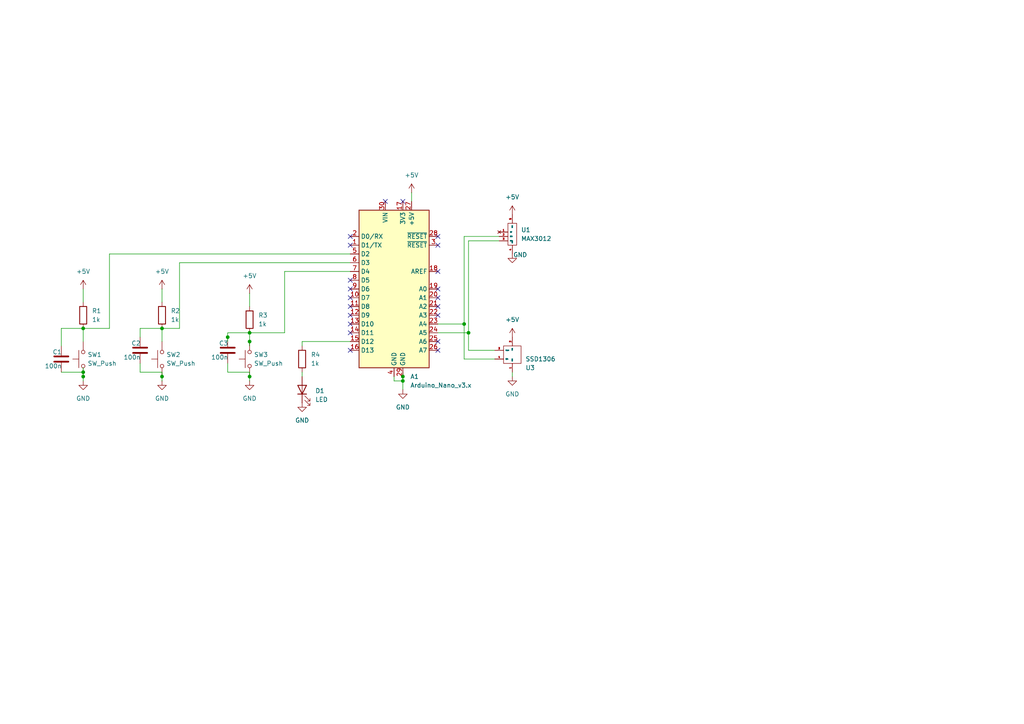
<source format=kicad_sch>
(kicad_sch (version 20250114) (generator "eeschema") (generator_version "9.0")
  (paper "A4")
  (lib_symbols
    (symbol "Device:C" (pin_numbers (hide yes)) (pin_names (offset 0.254))
      (property "Reference" "C" (at 0.635 2.54 0))
      (property "Value" "C" (at 0.635 -2.54 0))
      (symbol "C_0_1"
        (polyline (pts (xy -2.032 0.762) (xy 2.032 0.762)) (stroke (width 0.508)))
        (polyline (pts (xy -2.032 -0.762) (xy 2.032 -0.762)) (stroke (width 0.508)))
      )
      (symbol "C_1_1"
        (pin passive line (at 0 3.81 270) (length 2.794) (name "~") (number "1"))
        (pin passive line (at 0 -3.81 90) (length 2.794) (name "~") (number "2"))
      )
    )
    (symbol "Device:LED" (pin_numbers (hide yes)) (pin_names (offset 1.016) (hide yes))
      (property "Reference" "D" (at 0 2.54 0))
      (property "Value" "LED" (at 0 -2.54 0))
      (symbol "LED_0_1"
        (polyline (pts (xy -3.048 -0.762) (xy -4.572 -2.286) (xy -3.81 -2.286) (xy -4.572 -2.286) (xy -4.572 -1.524)))
        (polyline (pts (xy -1.778 -0.762) (xy -3.302 -2.286) (xy -2.54 -2.286) (xy -3.302 -2.286) (xy -3.302 -1.524)))
        (polyline (pts (xy -1.27 0) (xy 1.27 0)))
        (polyline (pts (xy -1.27 -1.27) (xy -1.27 1.27)) (stroke (width 0.254)))
        (polyline (pts (xy 1.27 -1.27) (xy 1.27 1.27) (xy -1.27 0) (xy 1.27 -1.27)) (stroke (width 0.254)))
      )
      (symbol "LED_1_1"
        (pin passive line (at -3.81 0 0) (length 2.54) (name "K") (number "1"))
        (pin passive line (at 3.81 0 180) (length 2.54) (name "A") (number "2"))
      )
    )
    (symbol "Device:R" (pin_numbers (hide yes)) (pin_names (offset 0))
      (property "Reference" "R" (at 2.032 0 90))
      (property "Value" "R" (at 0 0 90))
      (symbol "R_0_1"
        (rectangle (start -1.016 -2.54) (end 1.016 2.54) (stroke (width 0.254)))
      )
      (symbol "R_1_1"
        (pin passive line (at 0 3.81 270) (length 1.27) (name "~") (number "1"))
        (pin passive line (at 0 -3.81 90) (length 1.27) (name "~") (number "2"))
      )
    )
    (symbol "MCU_Module:Arduino_Nano_v3.x"
      (property "Reference" "A" (at -10.16 23.495 0))
      (property "Value" "Arduino_Nano_v3.x" (at 5.08 -24.13 0))
      (symbol "Arduino_Nano_v3.x_0_1"
        (rectangle (start -10.16 22.86) (end 10.16 -22.86) (stroke (width 0.254)) (fill (type background)))
      )
      (symbol "Arduino_Nano_v3.x_1_1"
        (pin bidirectional line (at -12.7 15.24 0) (length 2.54) (name "D0/RX") (number "2"))
        (pin bidirectional line (at -12.7 12.7 0) (length 2.54) (name "D1/TX") (number "1"))
        (pin bidirectional line (at -12.7 10.16 0) (length 2.54) (name "D2") (number "5"))
        (pin bidirectional line (at -12.7 7.62 0) (length 2.54) (name "D3") (number "6"))
        (pin bidirectional line (at -12.7 5.08 0) (length 2.54) (name "D4") (number "7"))
        (pin bidirectional line (at -12.7 2.54 0) (length 2.54) (name "D5") (number "8"))
        (pin bidirectional line (at -12.7 0 0) (length 2.54) (name "D6") (number "9"))
        (pin bidirectional line (at -12.7 -2.54 0) (length 2.54) (name "D7") (number "10"))
        (pin bidirectional line (at -12.7 -5.08 0) (length 2.54) (name "D8") (number "11"))
        (pin bidirectional line (at -12.7 -7.62 0) (length 2.54) (name "D9") (number "12"))
        (pin bidirectional line (at -12.7 -10.16 0) (length 2.54) (name "D10") (number "13"))
        (pin bidirectional line (at -12.7 -12.7 0) (length 2.54) (name "D11") (number "14"))
        (pin bidirectional line (at -12.7 -15.24 0) (length 2.54) (name "D12") (number "15"))
        (pin bidirectional line (at -12.7 -17.78 0) (length 2.54) (name "D13") (number "16"))
        (pin power_in line (at -2.54 25.4 270) (length 2.54) (name "VIN") (number "30"))
        (pin power_in line (at 0 -25.4 90) (length 2.54) (name "GND") (number "4"))
        (pin power_out line (at 2.54 25.4 270) (length 2.54) (name "3V3") (number "17"))
        (pin power_in line (at 2.54 -25.4 90) (length 2.54) (name "GND") (number "29"))
        (pin power_out line (at 5.08 25.4 270) (length 2.54) (name "+5V") (number "27"))
        (pin input line (at 12.7 15.24 180) (length 2.54) (name "~{RESET}") (number "28"))
        (pin input line (at 12.7 12.7 180) (length 2.54) (name "~{RESET}") (number "3"))
        (pin input line (at 12.7 5.08 180) (length 2.54) (name "AREF") (number "18"))
        (pin bidirectional line (at 12.7 0 180) (length 2.54) (name "A0") (number "19"))
        (pin bidirectional line (at 12.7 -2.54 180) (length 2.54) (name "A1") (number "20"))
        (pin bidirectional line (at 12.7 -5.08 180) (length 2.54) (name "A2") (number "21"))
        (pin bidirectional line (at 12.7 -7.62 180) (length 2.54) (name "A3") (number "22"))
        (pin bidirectional line (at 12.7 -10.16 180) (length 2.54) (name "A4") (number "23"))
        (pin bidirectional line (at 12.7 -12.7 180) (length 2.54) (name "A5") (number "24"))
        (pin bidirectional line (at 12.7 -15.24 180) (length 2.54) (name "A6") (number "25"))
        (pin bidirectional line (at 12.7 -17.78 180) (length 2.54) (name "A7") (number "26"))
      )
    )
    (symbol "New_Library.kicad_symbol_sym:MAX0102_module"
      (property "Reference" "U" (at 0 0 0))
      (symbol "MAX0102_module_1_1"
        (rectangle (start -1.27 2.54) (end 1.27 -3.81))
        (pin no_connect line (at -3.81 0 0) (length 2.54) (name "INT") (number "1"))
        (pin bidirectional line (at -3.81 -1.27 0) (length 2.54) (name "SDA") (number "2"))
        (pin input line (at -3.81 -2.54 0) (length 2.54) (name "SCL") (number "3"))
        (pin power_in line (at 0 5.08 270) (length 2.54) (name "VCC") (number "5"))
        (pin power_out line (at 0 -6.35 90) (length 2.54) (name "GND") (number "4"))
      )
    )
    (symbol "Switch:SW_Push" (pin_numbers (hide yes)) (pin_names (offset 1.016) (hide yes))
      (property "Reference" "SW" (at 1.27 2.54 0))
      (property "Value" "SW_Push" (at 0 -1.524 0))
      (symbol "SW_Push_0_1"
        (circle (center -2.032 0) (radius 0.508))
        (polyline (pts (xy 0 1.27) (xy 0 3.048)))
        (circle (center 2.032 0) (radius 0.508))
        (polyline (pts (xy 2.54 1.27) (xy -2.54 1.27)))
        (pin passive line (at -5.08 0 0) (length 2.54) (name "1") (number "1"))
        (pin passive line (at 5.08 0 180) (length 2.54) (name "2") (number "2"))
      )
    )
    (symbol "power:+5V" (power) (pin_numbers (hide yes)) (pin_names (offset 0) (hide yes))
      (property "Value" "+5V" (at 0 3.556 0))
      (symbol "+5V_0_1"
        (polyline (pts (xy -0.762 1.27) (xy 0 2.54)))
        (polyline (pts (xy 0 2.54) (xy 0.762 1.27)))
        (polyline (pts (xy 0 0) (xy 0 2.54)))
      )
      (symbol "+5V_1_1"
        (pin power_in line (at 0 0 90) (length 0) (name "~") (number "1"))
      )
    )
    (symbol "power:GND" (power) (pin_numbers (hide yes)) (pin_names (offset 0) (hide yes))
      (property "Value" "GND" (at 0 -3.81 0))
      (symbol "GND_0_1"
        (polyline (pts (xy 0 0) (xy 0 -1.27) (xy 1.27 -1.27) (xy 0 -2.54) (xy -1.27 -1.27) (xy 0 -1.27)))
      )
      (symbol "GND_1_1"
        (pin power_in line (at 0 0 270) (length 0) (name "~") (number "1"))
      )
    )
    (symbol "ssd1306_1"
      (property "Reference" "U3" (at 3.81 -3.8099 0))
      (property "Value" "SSD1306" (at 3.81 -1.2699 0))
      (symbol "ssd1306_1_0_1"
        (rectangle (start -2.54 2.54) (end 2.54 -2.54))
      )
      (symbol "ssd1306_1_1_1"
        (pin input line (at -5.08 1.27 0) (length 2.54) (name "input") (number "3"))
        (pin bidirectional line (at -5.08 -1.27 0) (length 2.54) (name "SDA") (number "4"))
        (pin power_in line (at 0 5.08 270) (length 2.54) (name "VCC") (number "2"))
        (pin power_in line (at 0 -5.08 90) (length 2.54) (name "GND") (number "1"))
      )
    )
  )
  (junction (at 116.84 109.22))
  (junction (at 72.39 99.06))
  (junction (at 135.89 96.52))
  (junction (at 72.39 109.22))
  (junction (at 24.13 109.22))
  (junction (at 134.62 93.98))
  (junction (at 116.84 110.49))
  (junction (at 46.99 95.25))
  (junction (at 24.13 107.95))
  (junction (at 24.13 95.25))
  (junction (at 46.99 109.22))
  (junction (at 72.39 96.52))
  (junction (at 66.04 97.79))
  (no_connect (at 127 99.06))
  (no_connect (at 127 78.74))
  (no_connect (at 101.6 96.52))
  (no_connect (at 127 86.36))
  (no_connect (at 101.6 81.28))
  (no_connect (at 101.6 101.6))
  (no_connect (at 101.6 91.44))
  (no_connect (at 116.84 58.42))
  (no_connect (at 111.76 58.42))
  (no_connect (at 127 71.12))
  (no_connect (at 101.6 71.12))
  (no_connect (at 101.6 86.36))
  (no_connect (at 101.6 83.82))
  (no_connect (at 101.6 88.9))
  (no_connect (at 127 88.9))
  (no_connect (at 127 68.58))
  (no_connect (at 127 91.44))
  (no_connect (at 127 83.82))
  (no_connect (at 101.6 93.98))
  (no_connect (at 127 101.6))
  (no_connect (at 101.6 68.58))
  (wire (pts (xy 116.84 109.22) (xy 116.84 110.49)))
  (wire (pts (xy 101.6 76.2) (xy 52.07 76.2)))
  (wire (pts (xy 66.04 107.95) (xy 72.39 107.95)))
  (wire (pts (xy 72.39 96.52) (xy 72.39 99.06)))
  (wire (pts (xy 82.55 78.74) (xy 101.6 78.74)))
  (wire (pts (xy 135.89 101.6) (xy 135.89 96.52)))
  (wire (pts (xy 24.13 106.68) (xy 24.13 107.95)))
  (wire (pts (xy 101.6 99.06) (xy 87.63 99.06)))
  (wire (pts (xy 24.13 83.82) (xy 24.13 87.63)))
  (wire (pts (xy 40.64 107.95) (xy 46.99 107.95)))
  (wire (pts (xy 82.55 96.52) (xy 82.55 78.74)))
  (wire (pts (xy 144.78 68.58) (xy 134.62 68.58)))
  (wire (pts (xy 72.39 96.52) (xy 82.55 96.52)))
  (wire (pts (xy 24.13 107.95) (xy 24.13 109.22)))
  (wire (pts (xy 52.07 76.2) (xy 52.07 95.25)))
  (wire (pts (xy 31.75 73.66) (xy 101.6 73.66)))
  (wire (pts (xy 66.04 99.06) (xy 66.04 97.79)))
  (wire (pts (xy 17.78 95.25) (xy 17.78 100.33)))
  (wire (pts (xy 87.63 99.06) (xy 87.63 100.33)))
  (wire (pts (xy 72.39 109.22) (xy 72.39 110.49)))
  (wire (pts (xy 134.62 104.14) (xy 143.51 104.14)))
  (wire (pts (xy 46.99 107.95) (xy 46.99 109.22)))
  (wire (pts (xy 24.13 95.25) (xy 24.13 99.06)))
  (wire (pts (xy 114.3 109.22) (xy 114.3 110.49)))
  (wire (pts (xy 72.39 107.95) (xy 72.39 109.22)))
  (wire (pts (xy 134.62 68.58) (xy 134.62 93.98)))
  (wire (pts (xy 135.89 101.6) (xy 143.51 101.6)))
  (wire (pts (xy 66.04 105.41) (xy 66.04 107.95)))
  (wire (pts (xy 72.39 100.33) (xy 72.39 99.06)))
  (wire (pts (xy 17.78 107.95) (xy 24.13 107.95)))
  (wire (pts (xy 134.62 93.98) (xy 134.62 104.14)))
  (wire (pts (xy 144.78 69.85) (xy 135.89 69.85)))
  (wire (pts (xy 52.07 95.25) (xy 46.99 95.25)))
  (wire (pts (xy 66.04 96.52) (xy 66.04 97.79)))
  (wire (pts (xy 116.84 110.49) (xy 116.84 113.03)))
  (wire (pts (xy 24.13 95.25) (xy 17.78 95.25)))
  (wire (pts (xy 24.13 109.22) (xy 24.13 110.49)))
  (wire (pts (xy 72.39 96.52) (xy 66.04 96.52)))
  (wire (pts (xy 127 96.52) (xy 135.89 96.52)))
  (wire (pts (xy 116.84 110.49) (xy 114.3 110.49)))
  (wire (pts (xy 24.13 95.25) (xy 31.75 95.25)))
  (wire (pts (xy 135.89 69.85) (xy 135.89 96.52)))
  (wire (pts (xy 46.99 95.25) (xy 46.99 99.06)))
  (wire (pts (xy 40.64 105.41) (xy 40.64 107.95)))
  (wire (pts (xy 40.64 95.25) (xy 40.64 97.79)))
  (wire (pts (xy 116.84 107.95) (xy 116.84 109.22)))
  (wire (pts (xy 72.39 85.09) (xy 72.39 88.9)))
  (wire (pts (xy 31.75 95.25) (xy 31.75 73.66)))
  (wire (pts (xy 46.99 95.25) (xy 40.64 95.25)))
  (wire (pts (xy 148.59 109.22) (xy 148.59 107.95)))
  (wire (pts (xy 87.63 107.95) (xy 87.63 109.22)))
  (wire (pts (xy 46.99 109.22) (xy 46.99 110.49)))
  (wire (pts (xy 119.38 55.88) (xy 119.38 58.42)))
  (wire (pts (xy 127 93.98) (xy 134.62 93.98)))
  (wire (pts (xy 46.99 83.82) (xy 46.99 87.63)))
  (symbol (lib_id "MCU_Module:Arduino_Nano_v3.x") (at 114.3 83.82 0) (unit 1)
    (property "Reference" "A1" (at 118.9833 109.22 0) (effects (justify left)))
    (property "Value" "Arduino_Nano_v3.x" (at 118.9833 111.76 0) (effects (justify left)))
    (property "Footprint" "Module:Arduino_Nano" (effects (hide yes)))
    (property "Datasheet" "http://www.mouser.com/pdfdocs/Gravitech_Arduino_Nano3_0.pdf" (effects (hide yes)))
    (property "Description" "Arduino Nano v3.x" (effects (hide yes)))
  )
  (symbol (lib_id "Switch:SW_Push") (at 72.39 104.14 90) (unit 1)
    (property "Reference" "SW3" (at 73.66 102.8699 90) (effects (justify right)))
    (property "Value" "SW_Push" (at 73.66 105.4099 90) (effects (justify right)))
    (property "Footprint" "Button_Switch_THT:SW_PUSH_6mm" (effects (hide yes)))
    (property "Description" "Push button switch, generic, two pins" (effects (hide yes)))
  )
  (symbol (lib_id "Device:R") (at 87.63 104.14 0) (unit 1)
    (property "Reference" "R4" (at 90.17 102.8699 0) (effects (justify left)))
    (property "Value" "1k" (at 90.17 105.4099 0) (effects (justify left)))
    (property "Footprint" "Resistor_THT:R_Axial_DIN0204_L3.6mm_D1.6mm_P7.62mm_Horizontal" (effects (hide yes)))
    (property "Description" "Resistor" (effects (hide yes)))
  )
  (symbol (lib_id "power:GND") (at 46.99 110.49 0) (unit 1)
    (property "Reference" "#PWR06" (effects (hide yes)))
    (property "Value" "GND" (at 46.99 115.57 0))
    (property "Description" "Power symbol creates a global label with name \"GND\" , ground" (effects (hide yes)))
  )
  (symbol (lib_id "Device:R") (at 46.99 91.44 0) (unit 1)
    (property "Reference" "R2" (at 49.53 90.1699 0) (effects (justify left)))
    (property "Value" "1k" (at 49.53 92.7099 0) (effects (justify left)))
    (property "Footprint" "Resistor_THT:R_Axial_DIN0204_L3.6mm_D1.6mm_P7.62mm_Horizontal" (effects (hide yes)))
    (property "Description" "Resistor" (effects (hide yes)))
  )
  (symbol (lib_name "ssd1306_1") (lib_id "ssd1306_sym:ssd1306") (at 148.59 102.87 0) (unit 1)
    (property "Reference" "U3" (at 152.4 106.6799 0) (effects (justify left)))
    (property "Value" "SSD1306" (at 152.4 104.1399 0) (effects (justify left)))
    (property "Footprint" "spo2_stuff:Untitled_1" (effects (hide yes)))
  )
  (symbol (lib_id "power:+5V") (at 119.38 55.88 0) (unit 1)
    (property "Reference" "#PWR01" (effects (hide yes)))
    (property "Value" "+5V" (at 119.38 50.8 0))
    (property "Description" "Power symbol creates a global label with name \"+5V\"" (effects (hide yes)))
  )
  (symbol (lib_id "power:GND") (at 72.39 110.49 0) (unit 1)
    (property "Reference" "#PWR08" (effects (hide yes)))
    (property "Value" "GND" (at 72.39 115.57 0))
    (property "Description" "Power symbol creates a global label with name \"GND\" , ground" (effects (hide yes)))
  )
  (symbol (lib_id "Switch:SW_Push") (at 24.13 104.14 90) (unit 1)
    (property "Reference" "SW1" (at 25.4 102.8699 90) (effects (justify right)))
    (property "Value" "SW_Push" (at 25.4 105.4099 90) (effects (justify right)))
    (property "Footprint" "Button_Switch_THT:SW_PUSH_6mm" (effects (hide yes)))
    (property "Description" "Push button switch, generic, two pins" (effects (hide yes)))
  )
  (symbol (lib_id "power:+5V") (at 72.39 85.09 0) (unit 1)
    (property "Reference" "#PWR07" (effects (hide yes)))
    (property "Value" "+5V" (at 72.39 80.01 0))
    (property "Description" "Power symbol creates a global label with name \"+5V\"" (effects (hide yes)))
  )
  (symbol (lib_id "power:+5V") (at 148.59 97.79 0) (unit 1)
    (property "Reference" "#PWR013" (effects (hide yes)))
    (property "Value" "+5V" (at 148.59 92.71 0))
    (property "Description" "Power symbol creates a global label with name \"+5V\"" (effects (hide yes)))
  )
  (symbol (lib_id "Device:C") (at 66.04 101.6 180) (unit 1)
    (property "Reference" "C3" (at 63.5 99.568 0) (effects (justify right)))
    (property "Value" "100n" (at 61.214 103.632 0) (effects (justify right)))
    (property "Footprint" "Capacitor_THT:C_Disc_D4.7mm_W2.5mm_P5.00mm" (effects (hide yes)))
    (property "Description" "Unpolarized capacitor" (effects (hide yes)))
  )
  (symbol (lib_id "power:GND") (at 87.63 116.84 0) (unit 1)
    (property "Reference" "#PWR09" (effects (hide yes)))
    (property "Value" "GND" (at 87.63 121.92 0))
    (property "Description" "Power symbol creates a global label with name \"GND\" , ground" (effects (hide yes)))
  )
  (symbol (lib_id "New_Library.kicad_symbol_sym:MAX0102_module") (at 148.59 67.31 0) (unit 1)
    (property "Reference" "U1" (at 151.13 66.6749 0) (effects (justify left)))
    (property "Value" "MAX3012" (at 151.13 69.2149 0) (effects (justify left)))
    (property "Footprint" "spo2_stuff:Untitled" (effects (hide yes)))
  )
  (symbol (lib_id "power:+5V") (at 24.13 83.82 0) (unit 1)
    (property "Reference" "#PWR04" (effects (hide yes)))
    (property "Value" "+5V" (at 24.13 78.74 0))
    (property "Description" "Power symbol creates a global label with name \"+5V\"" (effects (hide yes)))
  )
  (symbol (lib_id "Device:C") (at 17.78 104.14 180) (unit 1)
    (property "Reference" "C1" (at 15.24 102.108 0) (effects (justify right)))
    (property "Value" "100n" (at 12.954 106.172 0) (effects (justify right)))
    (property "Footprint" "Capacitor_THT:C_Disc_D4.7mm_W2.5mm_P5.00mm" (effects (hide yes)))
    (property "Description" "Unpolarized capacitor" (effects (hide yes)))
  )
  (symbol (lib_id "power:GND") (at 116.84 113.03 0) (unit 1)
    (property "Reference" "#PWR02" (effects (hide yes)))
    (property "Value" "GND" (at 116.84 118.11 0))
    (property "Description" "Power symbol creates a global label with name \"GND\" , ground" (effects (hide yes)))
  )
  (symbol (lib_id "power:GND") (at 24.13 110.49 0) (unit 1)
    (property "Reference" "#PWR03" (effects (hide yes)))
    (property "Value" "GND" (at 24.13 115.57 0))
    (property "Description" "Power symbol creates a global label with name \"GND\" , ground" (effects (hide yes)))
  )
  (symbol (lib_id "Switch:SW_Push") (at 46.99 104.14 90) (unit 1)
    (property "Reference" "SW2" (at 48.26 102.8699 90) (effects (justify right)))
    (property "Value" "SW_Push" (at 48.26 105.4099 90) (effects (justify right)))
    (property "Footprint" "Button_Switch_THT:SW_PUSH_6mm" (effects (hide yes)))
    (property "Description" "Push button switch, generic, two pins" (effects (hide yes)))
  )
  (symbol (lib_id "Device:R") (at 24.13 91.44 0) (unit 1)
    (property "Reference" "R1" (at 26.67 90.1699 0) (effects (justify left)))
    (property "Value" "1k" (at 26.67 92.7099 0) (effects (justify left)))
    (property "Footprint" "Resistor_THT:R_Axial_DIN0204_L3.6mm_D1.6mm_P7.62mm_Horizontal" (effects (hide yes)))
    (property "Description" "Resistor" (effects (hide yes)))
  )
  (symbol (lib_id "Device:C") (at 40.64 101.6 180) (unit 1)
    (property "Reference" "C2" (at 38.1 99.568 0) (effects (justify right)))
    (property "Value" "100n" (at 35.814 103.632 0) (effects (justify right)))
    (property "Footprint" "Capacitor_THT:C_Disc_D4.7mm_W2.5mm_P5.00mm" (effects (hide yes)))
    (property "Description" "Unpolarized capacitor" (effects (hide yes)))
  )
  (symbol (lib_id "power:GND") (at 148.59 73.66 0) (unit 1)
    (property "Reference" "#PWR010" (effects (hide yes)))
    (property "Value" "GND" (at 150.876 73.914 0))
    (property "Description" "Power symbol creates a global label with name \"GND\" , ground" (effects (hide yes)))
  )
  (symbol (lib_id "power:+5V") (at 148.59 62.23 0) (unit 1)
    (property "Reference" "#PWR012" (effects (hide yes)))
    (property "Value" "+5V" (at 148.59 57.15 0))
    (property "Description" "Power symbol creates a global label with name \"+5V\"" (effects (hide yes)))
  )
  (symbol (lib_id "Device:R") (at 72.39 92.71 0) (unit 1)
    (property "Reference" "R3" (at 74.93 91.4399 0) (effects (justify left)))
    (property "Value" "1k" (at 74.93 93.9799 0) (effects (justify left)))
    (property "Footprint" "Resistor_THT:R_Axial_DIN0204_L3.6mm_D1.6mm_P7.62mm_Horizontal" (effects (hide yes)))
    (property "Description" "Resistor" (effects (hide yes)))
  )
  (symbol (lib_id "power:GND") (at 148.59 109.22 0) (unit 1)
    (property "Reference" "#PWR011" (effects (hide yes)))
    (property "Value" "GND" (at 148.59 114.3 0))
    (property "Description" "Power symbol creates a global label with name \"GND\" , ground" (effects (hide yes)))
  )
  (symbol (lib_id "power:+5V") (at 46.99 83.82 0) (unit 1)
    (property "Reference" "#PWR05" (effects (hide yes)))
    (property "Value" "+5V" (at 46.99 78.74 0))
    (property "Description" "Power symbol creates a global label with name \"+5V\"" (effects (hide yes)))
  )
  (symbol (lib_id "Device:LED") (at 87.63 113.03 90) (unit 1)
    (property "Reference" "D1" (at 91.44 113.3474 90) (effects (justify right)))
    (property "Value" "LED" (at 91.44 115.8874 90) (effects (justify right)))
    (property "Footprint" "LED_THT:LED_D5.0mm" (effects (hide yes)))
    (property "Description" "Light emitting diode" (effects (hide yes)))
    (property "Sim.Pins" "1=K 2=A" (effects (hide yes)))
  )
)
</source>
